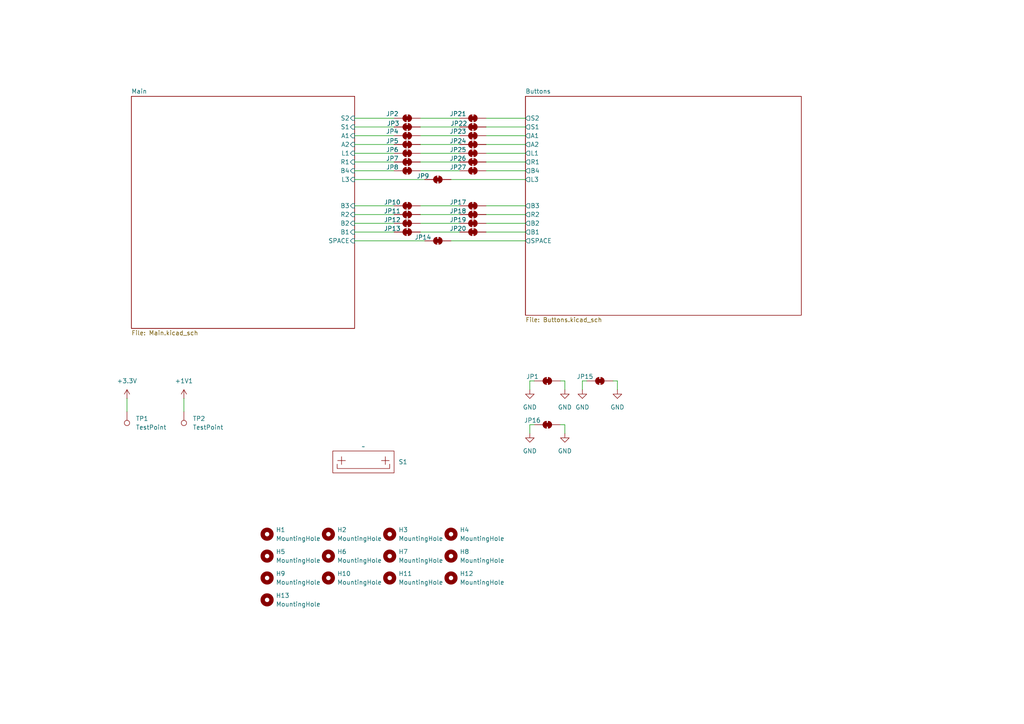
<source format=kicad_sch>
(kicad_sch (version 20231120) (generator "eeschema") (generator_version "8.0")
  (paper "A4")
  (lib_symbols
    (symbol "Connector:TestPoint" (pin_numbers hide) (pin_names (offset 0.762) hide)
      (property "Reference" "TP" (at 0 6.858 0))
      (property "Value" "TestPoint" (at 0 5.08 0))
      (symbol "TestPoint_0_1"
        (circle (center 0 3.302) (radius 0.762))
      )
      (symbol "TestPoint_1_1"
        (pin passive line (at 0 0 90) (length 2.54) (name "1") (number "1"))
      )
    )
    (symbol "Jumper:SolderJumper_2_Bridged" (pin_numbers hide) (pin_names (offset 0) hide) (exclude_from_sim yes) (in_bom no)
      (property "Reference" "JP" (at 0 2.032 0))
      (property "Value" "SolderJumper_2_Bridged" (at 0 -2.54 0))
      (symbol "SolderJumper_2_Bridged_0_1"
        (rectangle (start -0.508 0.508) (end 0.508 -0.508) (fill (type outline)))
        (arc (start -0.254 1.016) (mid -1.2656 0) (end -0.254 -1.016))
        (arc (start -0.254 1.016) (mid -1.2656 0) (end -0.254 -1.016) (fill (type outline)))
        (polyline (pts (xy -0.254 1.016) (xy -0.254 -1.016)))
        (polyline (pts (xy 0.254 1.016) (xy 0.254 -1.016)))
        (arc (start 0.254 -1.016) (mid 1.2656 0) (end 0.254 1.016))
        (arc (start 0.254 -1.016) (mid 1.2656 0) (end 0.254 1.016) (fill (type outline)))
      )
      (symbol "SolderJumper_2_Bridged_1_1"
        (pin passive line (at -3.81 0 0) (length 2.54) (name "A") (number "1"))
        (pin passive line (at 3.81 0 180) (length 2.54) (name "B") (number "2"))
      )
    )
    (symbol "Keyboard:Stabilizer_MX_2u" (in_bom no)
      (property "Reference" "S" (at 0 0 0))
      (symbol "Stabilizer_MX_2u_0_1"
        (rectangle (start -8.89 -1.27) (end 8.89 -7.62))
      )
      (symbol "Stabilizer_MX_2u_1_1"
        (polyline (pts (xy -7.62 -5.08) (xy -7.62 -6.35) (xy 7.62 -6.35) (xy 7.62 -5.08)))
        (text "+" (at -6.35 -3.81 0) (effects (font (size 3 3))))
        (text "+" (at 6.35 -3.81 0) (effects (font (size 3 3))))
      )
    )
    (symbol "Mechanical:MountingHole" (pin_names (offset 1.016)) (exclude_from_sim yes) (in_bom no)
      (property "Reference" "H" (at 0 5.08 0))
      (property "Value" "MountingHole" (at 0 3.175 0))
      (symbol "MountingHole_0_1"
        (circle (center 0 0) (radius 1.27) (stroke (width 1.27)))
      )
    )
    (symbol "power:+1V1" (power) (pin_numbers hide) (pin_names (offset 0) hide)
      (property "Value" "+1V1" (at 0 3.556 0))
      (symbol "+1V1_0_1"
        (polyline (pts (xy -0.762 1.27) (xy 0 2.54)))
        (polyline (pts (xy 0 0) (xy 0 2.54)))
        (polyline (pts (xy 0 2.54) (xy 0.762 1.27)))
      )
      (symbol "+1V1_1_1"
        (pin power_in line (at 0 0 90) (length 0) (name "~") (number "1"))
      )
    )
    (symbol "power:+3.3V" (power) (pin_numbers hide) (pin_names (offset 0) hide)
      (property "Value" "+3.3V" (at 0 3.556 0))
      (symbol "+3.3V_0_1"
        (polyline (pts (xy -0.762 1.27) (xy 0 2.54)))
        (polyline (pts (xy 0 0) (xy 0 2.54)))
        (polyline (pts (xy 0 2.54) (xy 0.762 1.27)))
      )
      (symbol "+3.3V_1_1"
        (pin power_in line (at 0 0 90) (length 0) (name "~") (number "1"))
      )
    )
    (symbol "power:GND" (power) (pin_numbers hide) (pin_names (offset 0) hide)
      (property "Value" "GND" (at 0 -3.81 0))
      (symbol "GND_0_1"
        (polyline (pts (xy 0 0) (xy 0 -1.27) (xy 1.27 -1.27) (xy 0 -2.54) (xy -1.27 -1.27) (xy 0 -1.27)))
      )
      (symbol "GND_1_1"
        (pin power_in line (at 0 0 270) (length 0) (name "~") (number "1"))
      )
    )
  )
  (wire (pts (xy 140.97 39.37) (xy 152.4 39.37)))
  (wire (pts (xy 168.91 110.49) (xy 168.91 113.03)))
  (wire (pts (xy 102.87 41.91) (xy 114.3 41.91)))
  (wire (pts (xy 140.97 41.91) (xy 152.4 41.91)))
  (wire (pts (xy 170.18 110.49) (xy 168.91 110.49)))
  (wire (pts (xy 153.67 123.19) (xy 153.67 125.73)))
  (wire (pts (xy 121.92 59.69) (xy 133.35 59.69)))
  (wire (pts (xy 121.92 36.83) (xy 133.35 36.83)))
  (wire (pts (xy 179.07 110.49) (xy 177.8 110.49)))
  (wire (pts (xy 140.97 34.29) (xy 152.4 34.29)))
  (wire (pts (xy 179.07 113.03) (xy 179.07 110.49)))
  (wire (pts (xy 163.83 113.03) (xy 163.83 110.49)))
  (wire (pts (xy 102.87 44.45) (xy 114.3 44.45)))
  (wire (pts (xy 53.34 115.57) (xy 53.34 119.38)))
  (wire (pts (xy 102.87 59.69) (xy 114.3 59.69)))
  (wire (pts (xy 102.87 46.99) (xy 114.3 46.99)))
  (wire (pts (xy 140.97 62.23) (xy 152.4 62.23)))
  (wire (pts (xy 121.92 34.29) (xy 133.35 34.29)))
  (wire (pts (xy 130.81 69.85) (xy 152.4 69.85)))
  (wire (pts (xy 102.87 67.31) (xy 114.3 67.31)))
  (wire (pts (xy 102.87 62.23) (xy 114.3 62.23)))
  (wire (pts (xy 140.97 59.69) (xy 152.4 59.69)))
  (wire (pts (xy 102.87 36.83) (xy 114.3 36.83)))
  (wire (pts (xy 130.81 52.07) (xy 152.4 52.07)))
  (wire (pts (xy 121.92 39.37) (xy 133.35 39.37)))
  (wire (pts (xy 102.87 39.37) (xy 114.3 39.37)))
  (wire (pts (xy 140.97 67.31) (xy 152.4 67.31)))
  (wire (pts (xy 154.94 110.49) (xy 153.67 110.49)))
  (wire (pts (xy 140.97 64.77) (xy 152.4 64.77)))
  (wire (pts (xy 121.92 46.99) (xy 133.35 46.99)))
  (wire (pts (xy 102.87 34.29) (xy 114.3 34.29)))
  (wire (pts (xy 102.87 69.85) (xy 123.19 69.85)))
  (wire (pts (xy 154.94 123.19) (xy 153.67 123.19)))
  (wire (pts (xy 140.97 36.83) (xy 152.4 36.83)))
  (wire (pts (xy 121.92 41.91) (xy 133.35 41.91)))
  (wire (pts (xy 140.97 44.45) (xy 152.4 44.45)))
  (wire (pts (xy 121.92 64.77) (xy 133.35 64.77)))
  (wire (pts (xy 121.92 62.23) (xy 133.35 62.23)))
  (wire (pts (xy 102.87 64.77) (xy 114.3 64.77)))
  (wire (pts (xy 36.83 115.57) (xy 36.83 119.38)))
  (wire (pts (xy 163.83 125.73) (xy 163.83 123.19)))
  (wire (pts (xy 121.92 44.45) (xy 133.35 44.45)))
  (wire (pts (xy 121.92 49.53) (xy 133.35 49.53)))
  (wire (pts (xy 140.97 49.53) (xy 152.4 49.53)))
  (wire (pts (xy 140.97 46.99) (xy 152.4 46.99)))
  (wire (pts (xy 102.87 49.53) (xy 114.3 49.53)))
  (wire (pts (xy 153.67 110.49) (xy 153.67 113.03)))
  (wire (pts (xy 163.83 110.49) (xy 162.56 110.49)))
  (wire (pts (xy 163.83 123.19) (xy 162.56 123.19)))
  (wire (pts (xy 121.92 67.31) (xy 133.35 67.31)))
  (wire (pts (xy 102.87 52.07) (xy 123.19 52.07)))
  (symbol (lib_id "Mechanical:MountingHole") (at 77.47 167.64 0) (unit 1) (exclude_from_sim yes) (in_bom no)
    (property "Reference" "H9" (at 80.01 166.3699 0) (effects (justify left)))
    (property "Value" "MountingHole" (at 80.01 168.9099 0) (effects (justify left)))
    (property "Footprint" "MountingHole:MountingHole_3.2mm_M3" (effects (hide yes)))
    (property "Description" "Mounting Hole without connection" (effects (hide yes)))
  )
  (symbol (lib_id "power:GND") (at 179.07 113.03 0) (unit 1)
    (property "Reference" "#PWR048" (effects (hide yes)))
    (property "Value" "GND" (at 179.07 118.11 0))
    (property "Description" "Power symbol creates a global label with name \"GND\" , ground" (effects (hide yes)))
  )
  (symbol (lib_id "Mechanical:MountingHole") (at 113.03 161.29 0) (unit 1) (exclude_from_sim yes) (in_bom no)
    (property "Reference" "H7" (at 115.57 160.0199 0) (effects (justify left)))
    (property "Value" "MountingHole" (at 115.57 162.5599 0) (effects (justify left)))
    (property "Footprint" "MountingHole:MountingHole_3.2mm_M3" (effects (hide yes)))
    (property "Description" "Mounting Hole without connection" (effects (hide yes)))
  )
  (symbol (lib_id "Jumper:SolderJumper_2_Bridged") (at 118.11 44.45 0) (unit 1) (exclude_from_sim yes) (in_bom no)
    (property "Reference" "JP6" (at 113.792 43.434 0))
    (property "Value" "SolderJumper_2_Bridged" (effects (hide yes)))
    (property "Footprint" "Fightstick_Library:EdgeSolderJumper-2_P1.3mm_Bridged_RoundedPad1.0x1.5mm" (effects (hide yes)))
    (property "Description" "Solder Jumper, 2-pole, closed/bridged" (effects (hide yes)))
  )
  (symbol (lib_id "Mechanical:MountingHole") (at 95.25 161.29 0) (unit 1) (exclude_from_sim yes) (in_bom no)
    (property "Reference" "H6" (at 97.79 160.0199 0) (effects (justify left)))
    (property "Value" "MountingHole" (at 97.79 162.5599 0) (effects (justify left)))
    (property "Footprint" "MountingHole:MountingHole_3.2mm_M3" (effects (hide yes)))
    (property "Description" "Mounting Hole without connection" (effects (hide yes)))
  )
  (symbol (lib_id "Jumper:SolderJumper_2_Bridged") (at 173.99 110.49 0) (unit 1) (exclude_from_sim yes) (in_bom no)
    (property "Reference" "JP15" (at 169.672 109.22 0))
    (property "Value" "SolderJumper_2_Bridged" (effects (hide yes)))
    (property "Footprint" "Fightstick_Library:EdgeSolderJumper-2_P1.3mm_Bridged_RoundedPad1.0x1.5mm" (effects (hide yes)))
    (property "Description" "Solder Jumper, 2-pole, closed/bridged" (effects (hide yes)))
  )
  (symbol (lib_id "Jumper:SolderJumper_2_Bridged") (at 118.11 36.83 0) (unit 1) (exclude_from_sim yes) (in_bom no)
    (property "Reference" "JP3" (at 114.046 35.814 0))
    (property "Value" "SolderJumper_2_Bridged" (effects (hide yes)))
    (property "Footprint" "Fightstick_Library:EdgeSolderJumper-2_P1.3mm_Bridged_RoundedPad1.0x1.5mm" (effects (hide yes)))
    (property "Description" "Solder Jumper, 2-pole, closed/bridged" (effects (hide yes)))
  )
  (symbol (lib_id "Mechanical:MountingHole") (at 77.47 161.29 0) (unit 1) (exclude_from_sim yes) (in_bom no)
    (property "Reference" "H5" (at 80.01 160.0199 0) (effects (justify left)))
    (property "Value" "MountingHole" (at 80.01 162.5599 0) (effects (justify left)))
    (property "Footprint" "MountingHole:MountingHole_3.2mm_M3" (effects (hide yes)))
    (property "Description" "Mounting Hole without connection" (effects (hide yes)))
  )
  (symbol (lib_id "Jumper:SolderJumper_2_Bridged") (at 118.11 64.77 0) (unit 1) (exclude_from_sim yes) (in_bom no)
    (property "Reference" "JP12" (at 113.792 63.754 0))
    (property "Value" "SolderJumper_2_Bridged" (effects (hide yes)))
    (property "Footprint" "Fightstick_Library:EdgeSolderJumper-2_P1.3mm_Bridged_RoundedPad1.0x1.5mm" (effects (hide yes)))
    (property "Description" "Solder Jumper, 2-pole, closed/bridged" (effects (hide yes)))
  )
  (symbol (lib_id "Mechanical:MountingHole") (at 130.81 154.94 0) (unit 1) (exclude_from_sim yes) (in_bom no)
    (property "Reference" "H4" (at 133.35 153.6699 0) (effects (justify left)))
    (property "Value" "MountingHole" (at 133.35 156.2099 0) (effects (justify left)))
    (property "Footprint" "MountingHole:MountingHole_3.2mm_M3" (effects (hide yes)))
    (property "Description" "Mounting Hole without connection" (effects (hide yes)))
  )
  (symbol (lib_id "Jumper:SolderJumper_2_Bridged") (at 127 69.85 0) (unit 1) (exclude_from_sim yes) (in_bom no)
    (property "Reference" "JP14" (at 122.682 68.834 0))
    (property "Value" "SolderJumper_2_Bridged" (effects (hide yes)))
    (property "Footprint" "Fightstick_Library:EdgeSolderJumper-2_P1.3mm_Bridged_RoundedPad1.0x1.5mm" (effects (hide yes)))
    (property "Description" "Solder Jumper, 2-pole, closed/bridged" (effects (hide yes)))
  )
  (symbol (lib_id "Jumper:SolderJumper_2_Bridged") (at 118.11 41.91 0) (unit 1) (exclude_from_sim yes) (in_bom no)
    (property "Reference" "JP5" (at 113.792 40.894 0))
    (property "Value" "SolderJumper_2_Bridged" (effects (hide yes)))
    (property "Footprint" "Fightstick_Library:EdgeSolderJumper-2_P1.3mm_Bridged_RoundedPad1.0x1.5mm" (effects (hide yes)))
    (property "Description" "Solder Jumper, 2-pole, closed/bridged" (effects (hide yes)))
  )
  (symbol (lib_id "Jumper:SolderJumper_2_Bridged") (at 118.11 62.23 0) (unit 1) (exclude_from_sim yes) (in_bom no)
    (property "Reference" "JP11" (at 113.792 61.214 0))
    (property "Value" "SolderJumper_2_Bridged" (effects (hide yes)))
    (property "Footprint" "Fightstick_Library:EdgeSolderJumper-2_P1.3mm_Bridged_RoundedPad1.0x1.5mm" (effects (hide yes)))
    (property "Description" "Solder Jumper, 2-pole, closed/bridged" (effects (hide yes)))
  )
  (symbol (lib_id "power:+1V1") (at 53.34 115.57 0) (unit 1)
    (property "Reference" "#PWR052" (effects (hide yes)))
    (property "Value" "+1V1" (at 53.34 110.49 0))
    (property "Description" "Power symbol creates a global label with name \"+1V1\"" (effects (hide yes)))
  )
  (symbol (lib_id "Jumper:SolderJumper_2_Bridged") (at 137.16 44.45 0) (unit 1) (exclude_from_sim yes) (in_bom no)
    (property "Reference" "JP25" (at 132.842 43.434 0))
    (property "Value" "SolderJumper_2_Bridged" (effects (hide yes)))
    (property "Footprint" "Fightstick_Library:EdgeSolderJumper-2_P1.3mm_Bridged_RoundedPad1.0x1.5mm" (effects (hide yes)))
    (property "Description" "Solder Jumper, 2-pole, closed/bridged" (effects (hide yes)))
  )
  (symbol (lib_id "Jumper:SolderJumper_2_Bridged") (at 158.75 123.19 0) (unit 1) (exclude_from_sim yes) (in_bom no)
    (property "Reference" "JP16" (at 154.432 121.92 0))
    (property "Value" "SolderJumper_2_Bridged" (effects (hide yes)))
    (property "Footprint" "Fightstick_Library:EdgeSolderJumper-2_P1.3mm_Bridged_RoundedPad1.0x1.5mm" (effects (hide yes)))
    (property "Description" "Solder Jumper, 2-pole, closed/bridged" (effects (hide yes)))
  )
  (symbol (lib_id "Jumper:SolderJumper_2_Bridged") (at 137.16 59.69 0) (unit 1) (exclude_from_sim yes) (in_bom no)
    (property "Reference" "JP17" (at 132.842 58.674 0))
    (property "Value" "SolderJumper_2_Bridged" (effects (hide yes)))
    (property "Footprint" "Fightstick_Library:EdgeSolderJumper-2_P1.3mm_Bridged_RoundedPad1.0x1.5mm" (effects (hide yes)))
    (property "Description" "Solder Jumper, 2-pole, closed/bridged" (effects (hide yes)))
  )
  (symbol (lib_id "Jumper:SolderJumper_2_Bridged") (at 118.11 49.53 0) (unit 1) (exclude_from_sim yes) (in_bom no)
    (property "Reference" "JP8" (at 113.792 48.514 0))
    (property "Value" "SolderJumper_2_Bridged" (effects (hide yes)))
    (property "Footprint" "Fightstick_Library:EdgeSolderJumper-2_P1.3mm_Bridged_RoundedPad1.0x1.5mm" (effects (hide yes)))
    (property "Description" "Solder Jumper, 2-pole, closed/bridged" (effects (hide yes)))
  )
  (symbol (lib_id "Jumper:SolderJumper_2_Bridged") (at 118.11 46.99 0) (unit 1) (exclude_from_sim yes) (in_bom no)
    (property "Reference" "JP7" (at 113.792 45.974 0))
    (property "Value" "SolderJumper_2_Bridged" (effects (hide yes)))
    (property "Footprint" "Fightstick_Library:EdgeSolderJumper-2_P1.3mm_Bridged_RoundedPad1.0x1.5mm" (effects (hide yes)))
    (property "Description" "Solder Jumper, 2-pole, closed/bridged" (effects (hide yes)))
  )
  (symbol (lib_id "Mechanical:MountingHole") (at 95.25 154.94 0) (unit 1) (exclude_from_sim yes) (in_bom no)
    (property "Reference" "H2" (at 97.79 153.6699 0) (effects (justify left)))
    (property "Value" "MountingHole" (at 97.79 156.2099 0) (effects (justify left)))
    (property "Footprint" "MountingHole:MountingHole_3.2mm_M3" (effects (hide yes)))
    (property "Description" "Mounting Hole without connection" (effects (hide yes)))
  )
  (symbol (lib_id "power:GND") (at 168.91 113.03 0) (unit 1)
    (property "Reference" "#PWR047" (effects (hide yes)))
    (property "Value" "GND" (at 168.91 118.11 0))
    (property "Description" "Power symbol creates a global label with name \"GND\" , ground" (effects (hide yes)))
  )
  (symbol (lib_id "Jumper:SolderJumper_2_Bridged") (at 137.16 67.31 0) (unit 1) (exclude_from_sim yes) (in_bom no)
    (property "Reference" "JP20" (at 132.842 66.294 0))
    (property "Value" "SolderJumper_2_Bridged" (effects (hide yes)))
    (property "Footprint" "Fightstick_Library:EdgeSolderJumper-2_P1.3mm_Bridged_RoundedPad1.0x1.5mm" (effects (hide yes)))
    (property "Description" "Solder Jumper, 2-pole, closed/bridged" (effects (hide yes)))
  )
  (symbol (lib_id "Mechanical:MountingHole") (at 77.47 173.99 0) (unit 1) (exclude_from_sim yes) (in_bom no)
    (property "Reference" "H13" (at 80.01 172.7199 0) (effects (justify left)))
    (property "Value" "MountingHole" (at 80.01 175.2599 0) (effects (justify left)))
    (property "Footprint" "MountingHole:MountingHole_3.2mm_M3" (effects (hide yes)))
    (property "Description" "Mounting Hole without connection" (effects (hide yes)))
  )
  (symbol (lib_id "Mechanical:MountingHole") (at 113.03 167.64 0) (unit 1) (exclude_from_sim yes) (in_bom no)
    (property "Reference" "H11" (at 115.57 166.3699 0) (effects (justify left)))
    (property "Value" "MountingHole" (at 115.57 168.9099 0) (effects (justify left)))
    (property "Footprint" "MountingHole:MountingHole_3.2mm_M3" (effects (hide yes)))
    (property "Description" "Mounting Hole without connection" (effects (hide yes)))
  )
  (symbol (lib_id "Jumper:SolderJumper_2_Bridged") (at 137.16 49.53 0) (unit 1) (exclude_from_sim yes) (in_bom no)
    (property "Reference" "JP27" (at 132.842 48.514 0))
    (property "Value" "SolderJumper_2_Bridged" (effects (hide yes)))
    (property "Footprint" "Fightstick_Library:EdgeSolderJumper-2_P1.3mm_Bridged_RoundedPad1.0x1.5mm" (effects (hide yes)))
    (property "Description" "Solder Jumper, 2-pole, closed/bridged" (effects (hide yes)))
  )
  (symbol (lib_id "Jumper:SolderJumper_2_Bridged") (at 137.16 41.91 0) (unit 1) (exclude_from_sim yes) (in_bom no)
    (property "Reference" "JP24" (at 132.842 40.894 0))
    (property "Value" "SolderJumper_2_Bridged" (effects (hide yes)))
    (property "Footprint" "Fightstick_Library:EdgeSolderJumper-2_P1.3mm_Bridged_RoundedPad1.0x1.5mm" (effects (hide yes)))
    (property "Description" "Solder Jumper, 2-pole, closed/bridged" (effects (hide yes)))
  )
  (symbol (lib_id "Jumper:SolderJumper_2_Bridged") (at 137.16 64.77 0) (unit 1) (exclude_from_sim yes) (in_bom no)
    (property "Reference" "JP19" (at 132.842 63.754 0))
    (property "Value" "SolderJumper_2_Bridged" (effects (hide yes)))
    (property "Footprint" "Fightstick_Library:EdgeSolderJumper-2_P1.3mm_Bridged_RoundedPad1.0x1.5mm" (effects (hide yes)))
    (property "Description" "Solder Jumper, 2-pole, closed/bridged" (effects (hide yes)))
  )
  (symbol (lib_id "power:GND") (at 153.67 113.03 0) (unit 1)
    (property "Reference" "#PWR045" (effects (hide yes)))
    (property "Value" "GND" (at 153.67 118.11 0))
    (property "Description" "Power symbol creates a global label with name \"GND\" , ground" (effects (hide yes)))
  )
  (symbol (lib_id "power:+3.3V") (at 36.83 115.57 0) (unit 1)
    (property "Reference" "#PWR051" (effects (hide yes)))
    (property "Value" "+3.3V" (at 36.83 110.49 0))
    (property "Description" "Power symbol creates a global label with name \"+3.3V\"" (effects (hide yes)))
  )
  (symbol (lib_id "Mechanical:MountingHole") (at 130.81 167.64 0) (unit 1) (exclude_from_sim yes) (in_bom no)
    (property "Reference" "H12" (at 133.35 166.3699 0) (effects (justify left)))
    (property "Value" "MountingHole" (at 133.35 168.9099 0) (effects (justify left)))
    (property "Footprint" "MountingHole:MountingHole_3.2mm_M3" (effects (hide yes)))
    (property "Description" "Mounting Hole without connection" (effects (hide yes)))
  )
  (symbol (lib_id "Mechanical:MountingHole") (at 77.47 154.94 0) (unit 1) (exclude_from_sim yes) (in_bom no)
    (property "Reference" "H1" (at 80.01 153.6699 0) (effects (justify left)))
    (property "Value" "MountingHole" (at 80.01 156.2099 0) (effects (justify left)))
    (property "Footprint" "MountingHole:MountingHole_3.2mm_M3" (effects (hide yes)))
    (property "Description" "Mounting Hole without connection" (effects (hide yes)))
  )
  (symbol (lib_id "Jumper:SolderJumper_2_Bridged") (at 118.11 67.31 0) (unit 1) (exclude_from_sim yes) (in_bom no)
    (property "Reference" "JP13" (at 113.792 66.294 0))
    (property "Value" "SolderJumper_2_Bridged" (effects (hide yes)))
    (property "Footprint" "Fightstick_Library:EdgeSolderJumper-2_P1.3mm_Bridged_RoundedPad1.0x1.5mm" (effects (hide yes)))
    (property "Description" "Solder Jumper, 2-pole, closed/bridged" (effects (hide yes)))
  )
  (symbol (lib_id "Jumper:SolderJumper_2_Bridged") (at 118.11 39.37 0) (unit 1) (exclude_from_sim yes) (in_bom no)
    (property "Reference" "JP4" (at 113.792 38.1 0))
    (property "Value" "SolderJumper_2_Bridged" (effects (hide yes)))
    (property "Footprint" "Fightstick_Library:EdgeSolderJumper-2_P1.3mm_Bridged_RoundedPad1.0x1.5mm" (effects (hide yes)))
    (property "Description" "Solder Jumper, 2-pole, closed/bridged" (effects (hide yes)))
  )
  (symbol (lib_id "Connector:TestPoint") (at 36.83 119.38 180) (unit 1) (in_bom no)
    (property "Reference" "TP1" (at 39.37 121.4119 0) (effects (justify right)))
    (property "Value" "TestPoint" (at 39.37 123.9519 0) (effects (justify right)))
    (property "Footprint" "TestPoint:TestPoint_THTPad_1.0x1.0mm_Drill0.5mm" (effects (hide yes)))
    (property "Description" "test point" (effects (hide yes)))
  )
  (symbol (lib_id "Jumper:SolderJumper_2_Bridged") (at 137.16 34.29 0) (unit 1) (exclude_from_sim yes) (in_bom no)
    (property "Reference" "JP21" (at 132.842 33.02 0))
    (property "Value" "SolderJumper_2_Bridged" (effects (hide yes)))
    (property "Footprint" "Fightstick_Library:EdgeSolderJumper-2_P1.3mm_Bridged_RoundedPad1.0x1.5mm" (effects (hide yes)))
    (property "Description" "Solder Jumper, 2-pole, closed/bridged" (effects (hide yes)))
  )
  (symbol (lib_id "Jumper:SolderJumper_2_Bridged") (at 158.75 110.49 0) (unit 1) (exclude_from_sim yes) (in_bom no)
    (property "Reference" "JP1" (at 154.432 109.22 0))
    (property "Value" "SolderJumper_2_Bridged" (effects (hide yes)))
    (property "Footprint" "Fightstick_Library:EdgeSolderJumper-2_P1.3mm_Bridged_RoundedPad1.0x1.5mm" (effects (hide yes)))
    (property "Description" "Solder Jumper, 2-pole, closed/bridged" (effects (hide yes)))
  )
  (symbol (lib_id "power:GND") (at 163.83 113.03 0) (unit 1)
    (property "Reference" "#PWR046" (effects (hide yes)))
    (property "Value" "GND" (at 163.83 118.11 0))
    (property "Description" "Power symbol creates a global label with name \"GND\" , ground" (effects (hide yes)))
  )
  (symbol (lib_id "Jumper:SolderJumper_2_Bridged") (at 137.16 39.37 0) (unit 1) (exclude_from_sim yes) (in_bom no)
    (property "Reference" "JP23" (at 132.842 38.1 0))
    (property "Value" "SolderJumper_2_Bridged" (effects (hide yes)))
    (property "Footprint" "Fightstick_Library:EdgeSolderJumper-2_P1.3mm_Bridged_RoundedPad1.0x1.5mm" (effects (hide yes)))
    (property "Description" "Solder Jumper, 2-pole, closed/bridged" (effects (hide yes)))
  )
  (symbol (lib_id "Jumper:SolderJumper_2_Bridged") (at 137.16 62.23 0) (unit 1) (exclude_from_sim yes) (in_bom no)
    (property "Reference" "JP18" (at 132.842 61.214 0))
    (property "Value" "SolderJumper_2_Bridged" (effects (hide yes)))
    (property "Footprint" "Fightstick_Library:EdgeSolderJumper-2_P1.3mm_Bridged_RoundedPad1.0x1.5mm" (effects (hide yes)))
    (property "Description" "Solder Jumper, 2-pole, closed/bridged" (effects (hide yes)))
  )
  (symbol (lib_id "Keyboard:Stabilizer_MX_2u") (at 105.41 129.54 0) (unit 1) (in_bom no)
    (property "Reference" "S1" (at 115.57 133.985 0) (effects (justify left)))
    (property "Value" "~" (at 105.41 129.54 0))
    (property "Footprint" "PCM_Mounting_Keyboard_Stabilizer:Stabilizer_Cherry_MX_2.00u" (effects (hide yes)))
  )
  (symbol (lib_id "Connector:TestPoint") (at 53.34 119.38 180) (unit 1) (in_bom no)
    (property "Reference" "TP2" (at 55.88 121.4119 0) (effects (justify right)))
    (property "Value" "TestPoint" (at 55.88 123.9519 0) (effects (justify right)))
    (property "Footprint" "TestPoint:TestPoint_THTPad_1.0x1.0mm_Drill0.5mm" (effects (hide yes)))
    (property "Description" "test point" (effects (hide yes)))
  )
  (symbol (lib_id "power:GND") (at 153.67 125.73 0) (unit 1)
    (property "Reference" "#PWR049" (effects (hide yes)))
    (property "Value" "GND" (at 153.67 130.81 0))
    (property "Description" "Power symbol creates a global label with name \"GND\" , ground" (effects (hide yes)))
  )
  (symbol (lib_id "Jumper:SolderJumper_2_Bridged") (at 118.11 34.29 0) (unit 1) (exclude_from_sim yes) (in_bom no)
    (property "Reference" "JP2" (at 113.792 33.02 0))
    (property "Value" "SolderJumper_2_Bridged" (effects (hide yes)))
    (property "Footprint" "Fightstick_Library:EdgeSolderJumper-2_P1.3mm_Bridged_RoundedPad1.0x1.5mm" (effects (hide yes)))
    (property "Description" "Solder Jumper, 2-pole, closed/bridged" (effects (hide yes)))
  )
  (symbol (lib_id "Jumper:SolderJumper_2_Bridged") (at 127 52.07 0) (unit 1) (exclude_from_sim yes) (in_bom no)
    (property "Reference" "JP9" (at 122.682 51.054 0))
    (property "Value" "SolderJumper_2_Bridged" (effects (hide yes)))
    (property "Footprint" "Fightstick_Library:EdgeSolderJumper-2_P1.3mm_Bridged_RoundedPad1.0x1.5mm" (effects (hide yes)))
    (property "Description" "Solder Jumper, 2-pole, closed/bridged" (effects (hide yes)))
  )
  (symbol (lib_id "Mechanical:MountingHole") (at 95.25 167.64 0) (unit 1) (exclude_from_sim yes) (in_bom no)
    (property "Reference" "H10" (at 97.79 166.3699 0) (effects (justify left)))
    (property "Value" "MountingHole" (at 97.79 168.9099 0) (effects (justify left)))
    (property "Footprint" "MountingHole:MountingHole_3.2mm_M3" (effects (hide yes)))
    (property "Description" "Mounting Hole without connection" (effects (hide yes)))
  )
  (symbol (lib_id "Mechanical:MountingHole") (at 113.03 154.94 0) (unit 1) (exclude_from_sim yes) (in_bom no)
    (property "Reference" "H3" (at 115.57 153.6699 0) (effects (justify left)))
    (property "Value" "MountingHole" (at 115.57 156.2099 0) (effects (justify left)))
    (property "Footprint" "MountingHole:MountingHole_3.2mm_M3" (effects (hide yes)))
    (property "Description" "Mounting Hole without connection" (effects (hide yes)))
  )
  (symbol (lib_id "Jumper:SolderJumper_2_Bridged") (at 118.11 59.69 0) (unit 1) (exclude_from_sim yes) (in_bom no)
    (property "Reference" "JP10" (at 113.792 58.674 0))
    (property "Value" "SolderJumper_2_Bridged" (effects (hide yes)))
    (property "Footprint" "Fightstick_Library:EdgeSolderJumper-2_P1.3mm_Bridged_RoundedPad1.0x1.5mm" (effects (hide yes)))
    (property "Description" "Solder Jumper, 2-pole, closed/bridged" (effects (hide yes)))
  )
  (symbol (lib_id "Mechanical:MountingHole") (at 130.81 161.29 0) (unit 1) (exclude_from_sim yes) (in_bom no)
    (property "Reference" "H8" (at 133.35 160.0199 0) (effects (justify left)))
    (property "Value" "MountingHole" (at 133.35 162.5599 0) (effects (justify left)))
    (property "Footprint" "MountingHole:MountingHole_3.2mm_M3" (effects (hide yes)))
    (property "Description" "Mounting Hole without connection" (effects (hide yes)))
  )
  (symbol (lib_id "Jumper:SolderJumper_2_Bridged") (at 137.16 36.83 0) (unit 1) (exclude_from_sim yes) (in_bom no)
    (property "Reference" "JP22" (at 133.096 35.814 0))
    (property "Value" "SolderJumper_2_Bridged" (effects (hide yes)))
    (property "Footprint" "Fightstick_Library:EdgeSolderJumper-2_P1.3mm_Bridged_RoundedPad1.0x1.5mm" (effects (hide yes)))
    (property "Description" "Solder Jumper, 2-pole, closed/bridged" (effects (hide yes)))
  )
  (symbol (lib_id "power:GND") (at 163.83 125.73 0) (unit 1)
    (property "Reference" "#PWR050" (effects (hide yes)))
    (property "Value" "GND" (at 163.83 130.81 0))
    (property "Description" "Power symbol creates a global label with name \"GND\" , ground" (effects (hide yes)))
  )
  (symbol (lib_id "Jumper:SolderJumper_2_Bridged") (at 137.16 46.99 0) (unit 1) (exclude_from_sim yes) (in_bom no)
    (property "Reference" "JP26" (at 132.842 45.974 0))
    (property "Value" "SolderJumper_2_Bridged" (effects (hide yes)))
    (property "Footprint" "Fightstick_Library:EdgeSolderJumper-2_P1.3mm_Bridged_RoundedPad1.0x1.5mm" (effects (hide yes)))
    (property "Description" "Solder Jumper, 2-pole, closed/bridged" (effects (hide yes)))
  )
  (sheet (at 38.1 27.94) (size 64.77 67.31) (stroke (width 0.1524))
    (property "Sheetname" "Main" (at 38.1 27.2284 0) (effects (justify left bottom)))
    (property "Sheetfile" "Main.kicad_sch" (at 38.1 95.8346 0) (effects (justify left top)))
    (pin "A2" input (at 102.87 41.91 0))
    (pin "R1" input (at 102.87 46.99 0))
    (pin "B3" input (at 102.87 59.69 0))
    (pin "L3" input (at 102.87 52.07 0))
    (pin "R2" input (at 102.87 62.23 0))
    (pin "B2" input (at 102.87 64.77 0))
    (pin "B4" input (at 102.87 49.53 0))
    (pin "B1" input (at 102.87 67.31 0))
    (pin "L1" input (at 102.87 44.45 0))
    (pin "A1" input (at 102.87 39.37 0))
    (pin "S2" input (at 102.87 34.29 0))
    (pin "S1" input (at 102.87 36.83 0))
    (pin "SPACE" input (at 102.87 69.85 0))
  )
  (sheet (at 152.4 27.94) (size 80.01 63.5) (stroke (width 0.1524))
    (property "Sheetname" "Buttons" (at 152.4 27.2284 0) (effects (justify left bottom)))
    (property "Sheetfile" "Buttons.kicad_sch" (at 152.4 92.0246 0) (effects (justify left top)))
    (pin "A2" output (at 152.4 41.91 180))
    (pin "A1" output (at 152.4 39.37 180))
    (pin "L1" output (at 152.4 44.45 180))
    (pin "B2" output (at 152.4 64.77 180))
    (pin "B4" output (at 152.4 49.53 180))
    (pin "B3" output (at 152.4 59.69 180))
    (pin "L3" output (at 152.4 52.07 180))
    (pin "B1" output (at 152.4 67.31 180))
    (pin "R1" output (at 152.4 46.99 180))
    (pin "S1" output (at 152.4 36.83 180))
    (pin "R2" output (at 152.4 62.23 180))
    (pin "S2" output (at 152.4 34.29 180))
    (pin "SPACE" output (at 152.4 69.85 180))
  )
)
</source>
